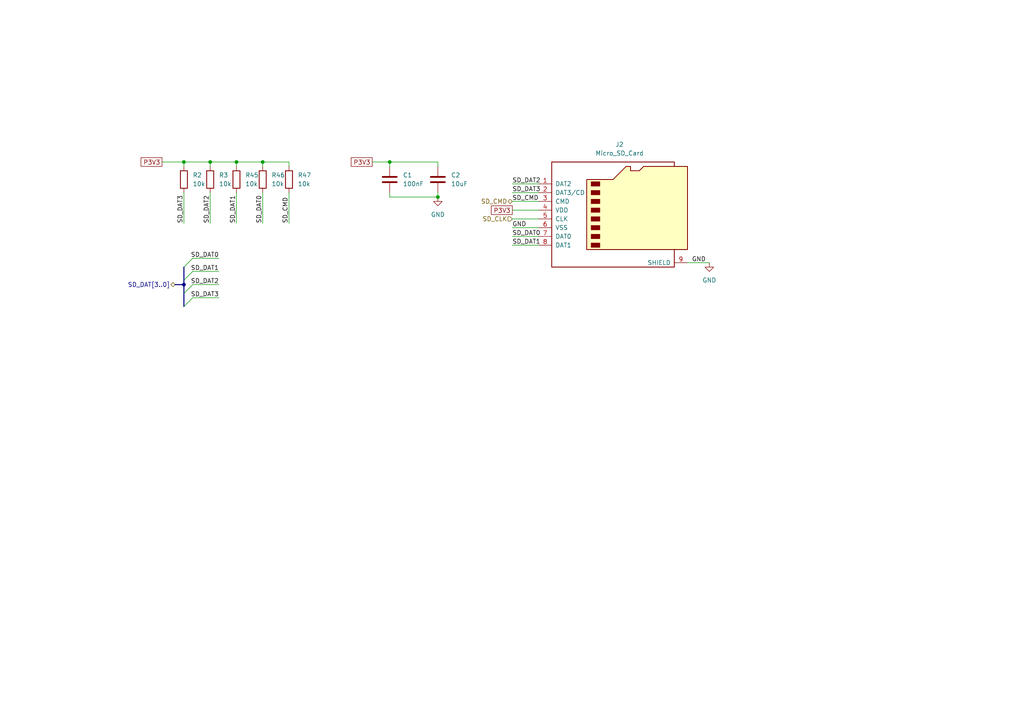
<source format=kicad_sch>
(kicad_sch
	(version 20250114)
	(generator "eeschema")
	(generator_version "9.0")
	(uuid "bd616922-7efe-4c10-a88b-b3f9411afd3a")
	(paper "A4")
	(title_block
		(title "SD Multimedia Interface")
		(date "2025-07-18")
		(rev "0.0.0")
		(comment 1 "Designed by Jaden Gani")
	)
	(lib_symbols
		(symbol "Connector:Micro_SD_Card"
			(pin_names
				(offset 1.016)
			)
			(exclude_from_sim no)
			(in_bom yes)
			(on_board yes)
			(property "Reference" "J"
				(at -16.51 15.24 0)
				(effects
					(font
						(size 1.27 1.27)
					)
				)
			)
			(property "Value" "Micro_SD_Card"
				(at 16.51 15.24 0)
				(effects
					(font
						(size 1.27 1.27)
					)
					(justify right)
				)
			)
			(property "Footprint" ""
				(at 29.21 7.62 0)
				(effects
					(font
						(size 1.27 1.27)
					)
					(hide yes)
				)
			)
			(property "Datasheet" "http://katalog.we-online.de/em/datasheet/693072010801.pdf"
				(at 0 0 0)
				(effects
					(font
						(size 1.27 1.27)
					)
					(hide yes)
				)
			)
			(property "Description" "Micro SD Card Socket"
				(at 0 0 0)
				(effects
					(font
						(size 1.27 1.27)
					)
					(hide yes)
				)
			)
			(property "ki_keywords" "connector SD microsd"
				(at 0 0 0)
				(effects
					(font
						(size 1.27 1.27)
					)
					(hide yes)
				)
			)
			(property "ki_fp_filters" "microSD*"
				(at 0 0 0)
				(effects
					(font
						(size 1.27 1.27)
					)
					(hide yes)
				)
			)
			(symbol "Micro_SD_Card_0_1"
				(polyline
					(pts
						(xy -8.89 -11.43) (xy -8.89 8.89) (xy -1.27 8.89) (xy 2.54 12.7) (xy 3.81 12.7) (xy 3.81 11.43)
						(xy 6.35 11.43) (xy 7.62 12.7) (xy 20.32 12.7) (xy 20.32 -11.43) (xy -8.89 -11.43)
					)
					(stroke
						(width 0.254)
						(type default)
					)
					(fill
						(type background)
					)
				)
				(rectangle
					(start -7.62 8.255)
					(end -5.08 6.985)
					(stroke
						(width 0)
						(type default)
					)
					(fill
						(type outline)
					)
				)
				(rectangle
					(start -7.62 5.715)
					(end -5.08 4.445)
					(stroke
						(width 0)
						(type default)
					)
					(fill
						(type outline)
					)
				)
				(rectangle
					(start -7.62 3.175)
					(end -5.08 1.905)
					(stroke
						(width 0)
						(type default)
					)
					(fill
						(type outline)
					)
				)
				(rectangle
					(start -7.62 0.635)
					(end -5.08 -0.635)
					(stroke
						(width 0)
						(type default)
					)
					(fill
						(type outline)
					)
				)
				(rectangle
					(start -7.62 -1.905)
					(end -5.08 -3.175)
					(stroke
						(width 0)
						(type default)
					)
					(fill
						(type outline)
					)
				)
				(rectangle
					(start -7.62 -4.445)
					(end -5.08 -5.715)
					(stroke
						(width 0)
						(type default)
					)
					(fill
						(type outline)
					)
				)
				(rectangle
					(start -7.62 -6.985)
					(end -5.08 -8.255)
					(stroke
						(width 0)
						(type default)
					)
					(fill
						(type outline)
					)
				)
				(rectangle
					(start -7.62 -9.525)
					(end -5.08 -10.795)
					(stroke
						(width 0)
						(type default)
					)
					(fill
						(type outline)
					)
				)
				(polyline
					(pts
						(xy 16.51 12.7) (xy 16.51 13.97) (xy -19.05 13.97) (xy -19.05 -16.51) (xy 16.51 -16.51) (xy 16.51 -11.43)
					)
					(stroke
						(width 0.254)
						(type default)
					)
					(fill
						(type none)
					)
				)
			)
			(symbol "Micro_SD_Card_1_1"
				(pin bidirectional line
					(at -22.86 7.62 0)
					(length 3.81)
					(name "DAT2"
						(effects
							(font
								(size 1.27 1.27)
							)
						)
					)
					(number "1"
						(effects
							(font
								(size 1.27 1.27)
							)
						)
					)
				)
				(pin bidirectional line
					(at -22.86 5.08 0)
					(length 3.81)
					(name "DAT3/CD"
						(effects
							(font
								(size 1.27 1.27)
							)
						)
					)
					(number "2"
						(effects
							(font
								(size 1.27 1.27)
							)
						)
					)
				)
				(pin input line
					(at -22.86 2.54 0)
					(length 3.81)
					(name "CMD"
						(effects
							(font
								(size 1.27 1.27)
							)
						)
					)
					(number "3"
						(effects
							(font
								(size 1.27 1.27)
							)
						)
					)
				)
				(pin power_in line
					(at -22.86 0 0)
					(length 3.81)
					(name "VDD"
						(effects
							(font
								(size 1.27 1.27)
							)
						)
					)
					(number "4"
						(effects
							(font
								(size 1.27 1.27)
							)
						)
					)
				)
				(pin input line
					(at -22.86 -2.54 0)
					(length 3.81)
					(name "CLK"
						(effects
							(font
								(size 1.27 1.27)
							)
						)
					)
					(number "5"
						(effects
							(font
								(size 1.27 1.27)
							)
						)
					)
				)
				(pin power_in line
					(at -22.86 -5.08 0)
					(length 3.81)
					(name "VSS"
						(effects
							(font
								(size 1.27 1.27)
							)
						)
					)
					(number "6"
						(effects
							(font
								(size 1.27 1.27)
							)
						)
					)
				)
				(pin bidirectional line
					(at -22.86 -7.62 0)
					(length 3.81)
					(name "DAT0"
						(effects
							(font
								(size 1.27 1.27)
							)
						)
					)
					(number "7"
						(effects
							(font
								(size 1.27 1.27)
							)
						)
					)
				)
				(pin bidirectional line
					(at -22.86 -10.16 0)
					(length 3.81)
					(name "DAT1"
						(effects
							(font
								(size 1.27 1.27)
							)
						)
					)
					(number "8"
						(effects
							(font
								(size 1.27 1.27)
							)
						)
					)
				)
				(pin passive line
					(at 20.32 -15.24 180)
					(length 3.81)
					(name "SHIELD"
						(effects
							(font
								(size 1.27 1.27)
							)
						)
					)
					(number "9"
						(effects
							(font
								(size 1.27 1.27)
							)
						)
					)
				)
			)
			(embedded_fonts no)
		)
		(symbol "Device:C"
			(pin_numbers
				(hide yes)
			)
			(pin_names
				(offset 0.254)
			)
			(exclude_from_sim no)
			(in_bom yes)
			(on_board yes)
			(property "Reference" "C"
				(at 0.635 2.54 0)
				(effects
					(font
						(size 1.27 1.27)
					)
					(justify left)
				)
			)
			(property "Value" "C"
				(at 0.635 -2.54 0)
				(effects
					(font
						(size 1.27 1.27)
					)
					(justify left)
				)
			)
			(property "Footprint" ""
				(at 0.9652 -3.81 0)
				(effects
					(font
						(size 1.27 1.27)
					)
					(hide yes)
				)
			)
			(property "Datasheet" "~"
				(at 0 0 0)
				(effects
					(font
						(size 1.27 1.27)
					)
					(hide yes)
				)
			)
			(property "Description" "Unpolarized capacitor"
				(at 0 0 0)
				(effects
					(font
						(size 1.27 1.27)
					)
					(hide yes)
				)
			)
			(property "ki_keywords" "cap capacitor"
				(at 0 0 0)
				(effects
					(font
						(size 1.27 1.27)
					)
					(hide yes)
				)
			)
			(property "ki_fp_filters" "C_*"
				(at 0 0 0)
				(effects
					(font
						(size 1.27 1.27)
					)
					(hide yes)
				)
			)
			(symbol "C_0_1"
				(polyline
					(pts
						(xy -2.032 0.762) (xy 2.032 0.762)
					)
					(stroke
						(width 0.508)
						(type default)
					)
					(fill
						(type none)
					)
				)
				(polyline
					(pts
						(xy -2.032 -0.762) (xy 2.032 -0.762)
					)
					(stroke
						(width 0.508)
						(type default)
					)
					(fill
						(type none)
					)
				)
			)
			(symbol "C_1_1"
				(pin passive line
					(at 0 3.81 270)
					(length 2.794)
					(name "~"
						(effects
							(font
								(size 1.27 1.27)
							)
						)
					)
					(number "1"
						(effects
							(font
								(size 1.27 1.27)
							)
						)
					)
				)
				(pin passive line
					(at 0 -3.81 90)
					(length 2.794)
					(name "~"
						(effects
							(font
								(size 1.27 1.27)
							)
						)
					)
					(number "2"
						(effects
							(font
								(size 1.27 1.27)
							)
						)
					)
				)
			)
			(embedded_fonts no)
		)
		(symbol "Device:R"
			(pin_numbers
				(hide yes)
			)
			(pin_names
				(offset 0)
			)
			(exclude_from_sim no)
			(in_bom yes)
			(on_board yes)
			(property "Reference" "R"
				(at 2.032 0 90)
				(effects
					(font
						(size 1.27 1.27)
					)
				)
			)
			(property "Value" "R"
				(at 0 0 90)
				(effects
					(font
						(size 1.27 1.27)
					)
				)
			)
			(property "Footprint" ""
				(at -1.778 0 90)
				(effects
					(font
						(size 1.27 1.27)
					)
					(hide yes)
				)
			)
			(property "Datasheet" "~"
				(at 0 0 0)
				(effects
					(font
						(size 1.27 1.27)
					)
					(hide yes)
				)
			)
			(property "Description" "Resistor"
				(at 0 0 0)
				(effects
					(font
						(size 1.27 1.27)
					)
					(hide yes)
				)
			)
			(property "ki_keywords" "R res resistor"
				(at 0 0 0)
				(effects
					(font
						(size 1.27 1.27)
					)
					(hide yes)
				)
			)
			(property "ki_fp_filters" "R_*"
				(at 0 0 0)
				(effects
					(font
						(size 1.27 1.27)
					)
					(hide yes)
				)
			)
			(symbol "R_0_1"
				(rectangle
					(start -1.016 -2.54)
					(end 1.016 2.54)
					(stroke
						(width 0.254)
						(type default)
					)
					(fill
						(type none)
					)
				)
			)
			(symbol "R_1_1"
				(pin passive line
					(at 0 3.81 270)
					(length 1.27)
					(name "~"
						(effects
							(font
								(size 1.27 1.27)
							)
						)
					)
					(number "1"
						(effects
							(font
								(size 1.27 1.27)
							)
						)
					)
				)
				(pin passive line
					(at 0 -3.81 90)
					(length 1.27)
					(name "~"
						(effects
							(font
								(size 1.27 1.27)
							)
						)
					)
					(number "2"
						(effects
							(font
								(size 1.27 1.27)
							)
						)
					)
				)
			)
			(embedded_fonts no)
		)
		(symbol "power:GND"
			(power)
			(pin_numbers
				(hide yes)
			)
			(pin_names
				(offset 0)
				(hide yes)
			)
			(exclude_from_sim no)
			(in_bom yes)
			(on_board yes)
			(property "Reference" "#PWR"
				(at 0 -6.35 0)
				(effects
					(font
						(size 1.27 1.27)
					)
					(hide yes)
				)
			)
			(property "Value" "GND"
				(at 0 -3.81 0)
				(effects
					(font
						(size 1.27 1.27)
					)
				)
			)
			(property "Footprint" ""
				(at 0 0 0)
				(effects
					(font
						(size 1.27 1.27)
					)
					(hide yes)
				)
			)
			(property "Datasheet" ""
				(at 0 0 0)
				(effects
					(font
						(size 1.27 1.27)
					)
					(hide yes)
				)
			)
			(property "Description" "Power symbol creates a global label with name \"GND\" , ground"
				(at 0 0 0)
				(effects
					(font
						(size 1.27 1.27)
					)
					(hide yes)
				)
			)
			(property "ki_keywords" "global power"
				(at 0 0 0)
				(effects
					(font
						(size 1.27 1.27)
					)
					(hide yes)
				)
			)
			(symbol "GND_0_1"
				(polyline
					(pts
						(xy 0 0) (xy 0 -1.27) (xy 1.27 -1.27) (xy 0 -2.54) (xy -1.27 -1.27) (xy 0 -1.27)
					)
					(stroke
						(width 0)
						(type default)
					)
					(fill
						(type none)
					)
				)
			)
			(symbol "GND_1_1"
				(pin power_in line
					(at 0 0 270)
					(length 0)
					(name "~"
						(effects
							(font
								(size 1.27 1.27)
							)
						)
					)
					(number "1"
						(effects
							(font
								(size 1.27 1.27)
							)
						)
					)
				)
			)
			(embedded_fonts no)
		)
	)
	(junction
		(at 53.34 82.55)
		(diameter 0)
		(color 0 0 0 0)
		(uuid "33b0cee9-a4f8-4294-a8bb-b3249e839977")
	)
	(junction
		(at 113.03 46.99)
		(diameter 0)
		(color 0 0 0 0)
		(uuid "4ce1bf0e-628d-46fd-9b86-7e86cd7fc814")
	)
	(junction
		(at 76.2 46.99)
		(diameter 0)
		(color 0 0 0 0)
		(uuid "4f0eda60-f19e-4e25-a5ce-77bd23170fb6")
	)
	(junction
		(at 127 57.15)
		(diameter 0)
		(color 0 0 0 0)
		(uuid "991561f3-3748-4c81-951c-ea6e24fe150f")
	)
	(junction
		(at 60.96 46.99)
		(diameter 0)
		(color 0 0 0 0)
		(uuid "d6a5aa3b-3690-4ed9-949f-2b8ff6bea836")
	)
	(junction
		(at 68.58 46.99)
		(diameter 0)
		(color 0 0 0 0)
		(uuid "f93d8f15-b15e-4c43-bf2f-e5d891b8ef43")
	)
	(junction
		(at 53.34 46.99)
		(diameter 0)
		(color 0 0 0 0)
		(uuid "fc853dc0-5cee-4b5f-92fb-6f5dac96b55e")
	)
	(bus_entry
		(at 53.34 85.09)
		(size 2.54 -2.54)
		(stroke
			(width 0)
			(type default)
		)
		(uuid "025e023d-5ac1-4c04-958f-ed9a11f14f11")
	)
	(bus_entry
		(at 53.34 77.47)
		(size 2.54 -2.54)
		(stroke
			(width 0)
			(type default)
		)
		(uuid "4078a645-91fb-438d-8906-583284d502ac")
	)
	(bus_entry
		(at 53.34 88.9)
		(size 2.54 -2.54)
		(stroke
			(width 0)
			(type default)
		)
		(uuid "964b1f1a-2448-492b-a187-6594c9a5676d")
	)
	(bus_entry
		(at 53.34 81.28)
		(size 2.54 -2.54)
		(stroke
			(width 0)
			(type default)
		)
		(uuid "ca712b59-765b-4162-aacc-eb6af99ef987")
	)
	(wire
		(pts
			(xy 113.03 57.15) (xy 113.03 55.88)
		)
		(stroke
			(width 0)
			(type default)
		)
		(uuid "0803bb24-0326-4db4-bcc1-dbebe000d878")
	)
	(wire
		(pts
			(xy 76.2 46.99) (xy 76.2 48.26)
		)
		(stroke
			(width 0)
			(type default)
		)
		(uuid "084963f5-8339-4117-87af-49754061f4ea")
	)
	(wire
		(pts
			(xy 55.88 86.36) (xy 63.5 86.36)
		)
		(stroke
			(width 0)
			(type default)
		)
		(uuid "1a83154a-c94d-4131-b7e9-9c0ab8b0e599")
	)
	(wire
		(pts
			(xy 53.34 55.88) (xy 53.34 64.77)
		)
		(stroke
			(width 0)
			(type default)
		)
		(uuid "1d277cc7-e31b-47d3-9101-693ca49d5a28")
	)
	(wire
		(pts
			(xy 113.03 48.26) (xy 113.03 46.99)
		)
		(stroke
			(width 0)
			(type default)
		)
		(uuid "309ea649-5041-4772-baf1-8b0421432998")
	)
	(wire
		(pts
			(xy 127 57.15) (xy 127 55.88)
		)
		(stroke
			(width 0)
			(type default)
		)
		(uuid "368afcd0-36b3-4e3b-8ff9-9df573a4222e")
	)
	(bus
		(pts
			(xy 53.34 88.9) (xy 53.34 85.09)
		)
		(stroke
			(width 0)
			(type default)
		)
		(uuid "37ba34ee-816c-4330-8a61-6cf5047c777c")
	)
	(wire
		(pts
			(xy 68.58 55.88) (xy 68.58 64.77)
		)
		(stroke
			(width 0)
			(type default)
		)
		(uuid "38f24bdb-9333-43ad-a369-f8eefbf3a516")
	)
	(wire
		(pts
			(xy 60.96 46.99) (xy 60.96 48.26)
		)
		(stroke
			(width 0)
			(type default)
		)
		(uuid "3d580d15-7cae-41ff-a521-befbbba89ee0")
	)
	(wire
		(pts
			(xy 148.59 63.5) (xy 156.21 63.5)
		)
		(stroke
			(width 0)
			(type default)
		)
		(uuid "47a81f54-e9cc-408a-8484-40f71218b055")
	)
	(wire
		(pts
			(xy 83.82 46.99) (xy 83.82 48.26)
		)
		(stroke
			(width 0)
			(type default)
		)
		(uuid "47ffec0f-f543-4518-beac-fe5cd87240c1")
	)
	(wire
		(pts
			(xy 60.96 55.88) (xy 60.96 64.77)
		)
		(stroke
			(width 0)
			(type default)
		)
		(uuid "525f1ce3-94dd-4100-b77b-c8c76d6bf647")
	)
	(wire
		(pts
			(xy 113.03 46.99) (xy 127 46.99)
		)
		(stroke
			(width 0)
			(type default)
		)
		(uuid "57c6c353-77aa-498a-a511-0345cc295762")
	)
	(wire
		(pts
			(xy 76.2 55.88) (xy 76.2 64.77)
		)
		(stroke
			(width 0)
			(type default)
		)
		(uuid "653ec84d-6d28-43b6-90d1-ef2e8fc8b4a5")
	)
	(wire
		(pts
			(xy 148.59 60.96) (xy 156.21 60.96)
		)
		(stroke
			(width 0)
			(type default)
		)
		(uuid "6adeb40e-93cc-4892-8f32-63ebc3599a94")
	)
	(wire
		(pts
			(xy 55.88 74.93) (xy 63.5 74.93)
		)
		(stroke
			(width 0)
			(type default)
		)
		(uuid "70a1799b-a90e-4653-b409-fd86354e94f7")
	)
	(wire
		(pts
			(xy 83.82 55.88) (xy 83.82 64.77)
		)
		(stroke
			(width 0)
			(type default)
		)
		(uuid "70b0b7c2-9f4a-4296-b2f3-720f6cb2735b")
	)
	(wire
		(pts
			(xy 60.96 46.99) (xy 68.58 46.99)
		)
		(stroke
			(width 0)
			(type default)
		)
		(uuid "76028e5d-5834-4c3e-a0b7-0d90777f4043")
	)
	(bus
		(pts
			(xy 50.8 82.55) (xy 53.34 82.55)
		)
		(stroke
			(width 0)
			(type default)
		)
		(uuid "8dd8342e-fc0b-48b5-9040-7e2abf124eb2")
	)
	(wire
		(pts
			(xy 53.34 46.99) (xy 60.96 46.99)
		)
		(stroke
			(width 0)
			(type default)
		)
		(uuid "95b39dc6-1f9b-45fe-bd39-ca3a555c0a72")
	)
	(wire
		(pts
			(xy 113.03 46.99) (xy 107.95 46.99)
		)
		(stroke
			(width 0)
			(type default)
		)
		(uuid "99487484-316e-4d87-ae8c-4ea764ba10f1")
	)
	(bus
		(pts
			(xy 53.34 81.28) (xy 53.34 77.47)
		)
		(stroke
			(width 0)
			(type default)
		)
		(uuid "9fd6b854-752a-411c-90c0-f2d11fd498b2")
	)
	(wire
		(pts
			(xy 148.59 68.58) (xy 156.21 68.58)
		)
		(stroke
			(width 0)
			(type default)
		)
		(uuid "b333d631-e1db-4f0d-97fe-07ae7cae5ad8")
	)
	(wire
		(pts
			(xy 148.59 58.42) (xy 156.21 58.42)
		)
		(stroke
			(width 0)
			(type default)
		)
		(uuid "b4b2d926-cb4a-47c4-9cd4-2bfb65810c84")
	)
	(wire
		(pts
			(xy 76.2 46.99) (xy 83.82 46.99)
		)
		(stroke
			(width 0)
			(type default)
		)
		(uuid "b96695a7-75cd-4c67-a46c-9f0db84f04ec")
	)
	(bus
		(pts
			(xy 53.34 85.09) (xy 53.34 82.55)
		)
		(stroke
			(width 0)
			(type default)
		)
		(uuid "cd8dd44d-b2a9-4723-96a3-b6063a449766")
	)
	(bus
		(pts
			(xy 53.34 82.55) (xy 53.34 81.28)
		)
		(stroke
			(width 0)
			(type default)
		)
		(uuid "d13d54e7-f638-4439-98dc-ca9aa040bab8")
	)
	(wire
		(pts
			(xy 113.03 57.15) (xy 127 57.15)
		)
		(stroke
			(width 0)
			(type default)
		)
		(uuid "dc128f05-92fa-4d1a-a355-40b5dd8f4c9c")
	)
	(wire
		(pts
			(xy 55.88 78.74) (xy 63.5 78.74)
		)
		(stroke
			(width 0)
			(type default)
		)
		(uuid "dcfbf3df-fca4-4a13-8164-a99065222577")
	)
	(wire
		(pts
			(xy 46.99 46.99) (xy 53.34 46.99)
		)
		(stroke
			(width 0)
			(type default)
		)
		(uuid "dddffaca-32f9-4aeb-af7b-a4f1f2250457")
	)
	(wire
		(pts
			(xy 127 48.26) (xy 127 46.99)
		)
		(stroke
			(width 0)
			(type default)
		)
		(uuid "df53a5ca-e5b1-4e3f-b936-81168952b977")
	)
	(wire
		(pts
			(xy 68.58 46.99) (xy 76.2 46.99)
		)
		(stroke
			(width 0)
			(type default)
		)
		(uuid "e5297b91-1ae8-41d7-a765-2af546f64efa")
	)
	(wire
		(pts
			(xy 68.58 46.99) (xy 68.58 48.26)
		)
		(stroke
			(width 0)
			(type default)
		)
		(uuid "ea790f26-00b7-4652-afef-b6d39de18733")
	)
	(wire
		(pts
			(xy 148.59 71.12) (xy 156.21 71.12)
		)
		(stroke
			(width 0)
			(type default)
		)
		(uuid "eb6802a1-8a42-48ed-91b1-7b8de8bd5a81")
	)
	(wire
		(pts
			(xy 55.88 82.55) (xy 63.5 82.55)
		)
		(stroke
			(width 0)
			(type default)
		)
		(uuid "ec9dbfc9-d790-4041-893a-9ef13ea1d6e9")
	)
	(wire
		(pts
			(xy 53.34 46.99) (xy 53.34 48.26)
		)
		(stroke
			(width 0)
			(type default)
		)
		(uuid "f0bf8145-896b-41cd-aecd-7a47fd96cdde")
	)
	(wire
		(pts
			(xy 148.59 55.88) (xy 156.21 55.88)
		)
		(stroke
			(width 0)
			(type default)
		)
		(uuid "f6ffd368-8a93-4af3-aae9-0b25f8328962")
	)
	(wire
		(pts
			(xy 148.59 53.34) (xy 156.21 53.34)
		)
		(stroke
			(width 0)
			(type default)
		)
		(uuid "fa158abb-aa8b-47c5-836e-907518d976f5")
	)
	(wire
		(pts
			(xy 148.59 66.04) (xy 156.21 66.04)
		)
		(stroke
			(width 0)
			(type default)
		)
		(uuid "fb93b3bd-dea7-4609-b56b-1ee8bb87be02")
	)
	(wire
		(pts
			(xy 199.39 76.2) (xy 205.74 76.2)
		)
		(stroke
			(width 0)
			(type default)
		)
		(uuid "fd80b06b-798d-4502-b975-8871edd61616")
	)
	(label "SD_DAT2"
		(at 63.5 82.55 180)
		(effects
			(font
				(size 1.27 1.27)
			)
			(justify right bottom)
		)
		(uuid "036004ae-8338-4af4-ad56-18117739128c")
	)
	(label "SD_DAT1"
		(at 148.59 71.12 0)
		(effects
			(font
				(size 1.27 1.27)
			)
			(justify left bottom)
		)
		(uuid "0b62fc2f-b2cb-42f2-a42f-290fd51d5f11")
	)
	(label "SD_DAT3"
		(at 148.59 55.88 0)
		(effects
			(font
				(size 1.27 1.27)
			)
			(justify left bottom)
		)
		(uuid "297327c6-55d1-43f9-92f4-5e71e0b74ec3")
	)
	(label "SD_DAT3"
		(at 53.34 64.77 90)
		(effects
			(font
				(size 1.27 1.27)
			)
			(justify left bottom)
		)
		(uuid "3519486c-0edf-487e-ae19-5b9ec1c006b9")
	)
	(label "SD_CMD"
		(at 83.82 64.77 90)
		(effects
			(font
				(size 1.27 1.27)
			)
			(justify left bottom)
		)
		(uuid "4fcdddeb-df88-4191-ae2e-5f940f25948d")
	)
	(label "GND"
		(at 200.66 76.2 0)
		(effects
			(font
				(size 1.27 1.27)
			)
			(justify left bottom)
		)
		(uuid "5f419c43-bb03-4a81-9272-b1818aaa51b1")
	)
	(label "SD_DAT3"
		(at 63.5 86.36 180)
		(effects
			(font
				(size 1.27 1.27)
			)
			(justify right bottom)
		)
		(uuid "74365c22-6240-4d59-a503-19eeccf1edd0")
	)
	(label "SD_CMD"
		(at 148.59 58.42 0)
		(effects
			(font
				(size 1.27 1.27)
			)
			(justify left bottom)
		)
		(uuid "7b3e3296-06fd-4d61-b70c-f8b5555947b4")
	)
	(label "SD_DAT1"
		(at 63.5 78.74 180)
		(effects
			(font
				(size 1.27 1.27)
			)
			(justify right bottom)
		)
		(uuid "98eb309b-0214-40eb-8159-76ba9568ddad")
	)
	(label "SD_DAT1"
		(at 68.58 64.77 90)
		(effects
			(font
				(size 1.27 1.27)
			)
			(justify left bottom)
		)
		(uuid "a6653ef6-d035-40e9-9451-bd69ae78f8ba")
	)
	(label "SD_DAT0"
		(at 148.59 68.58 0)
		(effects
			(font
				(size 1.27 1.27)
			)
			(justify left bottom)
		)
		(uuid "aa8c53b2-71e1-40f8-b794-138f4aa02a5c")
	)
	(label "GND"
		(at 148.59 66.04 0)
		(effects
			(font
				(size 1.27 1.27)
			)
			(justify left bottom)
		)
		(uuid "bbd9dae8-13ad-4535-b814-ffaeb4b97617")
	)
	(label "SD_DAT0"
		(at 63.5 74.93 180)
		(effects
			(font
				(size 1.27 1.27)
			)
			(justify right bottom)
		)
		(uuid "cc1ea351-d77f-4b4c-ae43-1370ca1cb669")
	)
	(label "SD_DAT2"
		(at 60.96 64.77 90)
		(effects
			(font
				(size 1.27 1.27)
			)
			(justify left bottom)
		)
		(uuid "cf3c6f66-153c-4b39-928b-c05ec530fd93")
	)
	(label "SD_DAT0"
		(at 76.2 64.77 90)
		(effects
			(font
				(size 1.27 1.27)
			)
			(justify left bottom)
		)
		(uuid "df115b3d-36d4-4fe9-888e-1f2d488adc2b")
	)
	(label "SD_DAT2"
		(at 148.59 53.34 0)
		(effects
			(font
				(size 1.27 1.27)
			)
			(justify left bottom)
		)
		(uuid "f2c5b276-46c6-4c1a-9c7d-b73bff440bac")
	)
	(global_label "P3V3"
		(shape passive)
		(at 107.95 46.99 180)
		(fields_autoplaced yes)
		(effects
			(font
				(size 1.27 1.27)
			)
			(justify right)
		)
		(uuid "04102275-0d14-4162-87ab-2b3e9ce7db48")
		(property "Intersheetrefs" "${INTERSHEET_REFS}"
			(at 101.2985 46.99 0)
			(effects
				(font
					(size 1.27 1.27)
				)
				(justify right)
				(hide yes)
			)
		)
	)
	(global_label "P3V3"
		(shape passive)
		(at 148.59 60.96 180)
		(fields_autoplaced yes)
		(effects
			(font
				(size 1.27 1.27)
			)
			(justify right)
		)
		(uuid "1d80dc61-65b7-4e5b-ab66-5ccf8e453356")
		(property "Intersheetrefs" "${INTERSHEET_REFS}"
			(at 141.9385 60.96 0)
			(effects
				(font
					(size 1.27 1.27)
				)
				(justify right)
				(hide yes)
			)
		)
	)
	(global_label "P3V3"
		(shape passive)
		(at 46.99 46.99 180)
		(fields_autoplaced yes)
		(effects
			(font
				(size 1.27 1.27)
			)
			(justify right)
		)
		(uuid "3780f4bc-6f2d-4686-89e0-f2e6513c426a")
		(property "Intersheetrefs" "${INTERSHEET_REFS}"
			(at 40.3385 46.99 0)
			(effects
				(font
					(size 1.27 1.27)
				)
				(justify right)
				(hide yes)
			)
		)
	)
	(hierarchical_label "SD_CLK"
		(shape input)
		(at 148.59 63.5 180)
		(effects
			(font
				(size 1.27 1.27)
			)
			(justify right)
		)
		(uuid "0f88414b-c0f5-4fb7-bd4d-9e77ae5a269d")
	)
	(hierarchical_label "SD_CMD"
		(shape bidirectional)
		(at 148.59 58.42 180)
		(effects
			(font
				(size 1.27 1.27)
			)
			(justify right)
		)
		(uuid "8328be3a-f1dc-4385-bc05-083aacb854ce")
	)
	(hierarchical_label "SD_DAT[3..0]"
		(shape bidirectional)
		(at 50.8 82.55 180)
		(effects
			(font
				(size 1.27 1.27)
			)
			(justify right)
		)
		(uuid "dbaba14e-1835-4e2e-ac37-e2415a46e162")
	)
	(symbol
		(lib_id "Device:R")
		(at 60.96 52.07 0)
		(unit 1)
		(exclude_from_sim no)
		(in_bom yes)
		(on_board yes)
		(dnp no)
		(fields_autoplaced yes)
		(uuid "2a772124-7dab-4340-ad05-3c54331ddfbe")
		(property "Reference" "R3"
			(at 63.5 50.7999 0)
			(effects
				(font
					(size 1.27 1.27)
				)
				(justify left)
			)
		)
		(property "Value" "10k"
			(at 63.5 53.3399 0)
			(effects
				(font
					(size 1.27 1.27)
				)
				(justify left)
			)
		)
		(property "Footprint" "Resistor_SMD:R_0603_1608Metric"
			(at 59.182 52.07 90)
			(effects
				(font
					(size 1.27 1.27)
				)
				(hide yes)
			)
		)
		(property "Datasheet" "~"
			(at 60.96 52.07 0)
			(effects
				(font
					(size 1.27 1.27)
				)
				(hide yes)
			)
		)
		(property "Description" "Resistor"
			(at 60.96 52.07 0)
			(effects
				(font
					(size 1.27 1.27)
				)
				(hide yes)
			)
		)
		(pin "1"
			(uuid "b9e5d5c1-ab9c-4c74-a9b2-4d7a66217cf7")
		)
		(pin "2"
			(uuid "9d7c08dd-f85b-4e76-89e1-b093de1ec7eb")
		)
		(instances
			(project "sbc"
				(path "/9328a39f-e46f-4e23-a67b-f837d10a1254/c62b2561-e816-4d42-bcad-0eb294abcbae"
					(reference "R3")
					(unit 1)
				)
			)
		)
	)
	(symbol
		(lib_id "Device:R")
		(at 68.58 52.07 0)
		(unit 1)
		(exclude_from_sim no)
		(in_bom yes)
		(on_board yes)
		(dnp no)
		(fields_autoplaced yes)
		(uuid "42ac285a-e278-4d2a-b172-6efec3adf61d")
		(property "Reference" "R45"
			(at 71.12 50.7999 0)
			(effects
				(font
					(size 1.27 1.27)
				)
				(justify left)
			)
		)
		(property "Value" "10k"
			(at 71.12 53.3399 0)
			(effects
				(font
					(size 1.27 1.27)
				)
				(justify left)
			)
		)
		(property "Footprint" "Resistor_SMD:R_0603_1608Metric"
			(at 66.802 52.07 90)
			(effects
				(font
					(size 1.27 1.27)
				)
				(hide yes)
			)
		)
		(property "Datasheet" "~"
			(at 68.58 52.07 0)
			(effects
				(font
					(size 1.27 1.27)
				)
				(hide yes)
			)
		)
		(property "Description" "Resistor"
			(at 68.58 52.07 0)
			(effects
				(font
					(size 1.27 1.27)
				)
				(hide yes)
			)
		)
		(pin "1"
			(uuid "1d177407-33b9-419f-90b3-c13fa4b32427")
		)
		(pin "2"
			(uuid "69e12ef9-0e59-4478-a825-61b13be4434f")
		)
		(instances
			(project "sbc"
				(path "/9328a39f-e46f-4e23-a67b-f837d10a1254/c62b2561-e816-4d42-bcad-0eb294abcbae"
					(reference "R45")
					(unit 1)
				)
			)
		)
	)
	(symbol
		(lib_id "Device:C")
		(at 113.03 52.07 0)
		(unit 1)
		(exclude_from_sim no)
		(in_bom yes)
		(on_board yes)
		(dnp no)
		(fields_autoplaced yes)
		(uuid "8117670a-f098-4a8a-b0f1-f438299bc869")
		(property "Reference" "C1"
			(at 116.84 50.7999 0)
			(effects
				(font
					(size 1.27 1.27)
				)
				(justify left)
			)
		)
		(property "Value" "100nF"
			(at 116.84 53.3399 0)
			(effects
				(font
					(size 1.27 1.27)
				)
				(justify left)
			)
		)
		(property "Footprint" "Capacitor_SMD:C_0603_1608Metric"
			(at 113.9952 55.88 0)
			(effects
				(font
					(size 1.27 1.27)
				)
				(hide yes)
			)
		)
		(property "Datasheet" "~"
			(at 113.03 52.07 0)
			(effects
				(font
					(size 1.27 1.27)
				)
				(hide yes)
			)
		)
		(property "Description" "Unpolarized capacitor"
			(at 113.03 52.07 0)
			(effects
				(font
					(size 1.27 1.27)
				)
				(hide yes)
			)
		)
		(pin "2"
			(uuid "cd034cee-3413-40d3-a671-7ae6d5c3529e")
		)
		(pin "1"
			(uuid "cc6c3746-7aa5-4ec0-98c2-34cacdb06f97")
		)
		(instances
			(project ""
				(path "/9328a39f-e46f-4e23-a67b-f837d10a1254/c62b2561-e816-4d42-bcad-0eb294abcbae"
					(reference "C1")
					(unit 1)
				)
			)
		)
	)
	(symbol
		(lib_id "power:GND")
		(at 205.74 76.2 0)
		(unit 1)
		(exclude_from_sim no)
		(in_bom yes)
		(on_board yes)
		(dnp no)
		(fields_autoplaced yes)
		(uuid "9407a94e-c0df-418d-90c0-78c970776b44")
		(property "Reference" "#PWR01"
			(at 205.74 82.55 0)
			(effects
				(font
					(size 1.27 1.27)
				)
				(hide yes)
			)
		)
		(property "Value" "GND"
			(at 205.74 81.28 0)
			(effects
				(font
					(size 1.27 1.27)
				)
			)
		)
		(property "Footprint" ""
			(at 205.74 76.2 0)
			(effects
				(font
					(size 1.27 1.27)
				)
				(hide yes)
			)
		)
		(property "Datasheet" ""
			(at 205.74 76.2 0)
			(effects
				(font
					(size 1.27 1.27)
				)
				(hide yes)
			)
		)
		(property "Description" "Power symbol creates a global label with name \"GND\" , ground"
			(at 205.74 76.2 0)
			(effects
				(font
					(size 1.27 1.27)
				)
				(hide yes)
			)
		)
		(pin "1"
			(uuid "98a1c875-79e6-4969-8173-0a62a55041ef")
		)
		(instances
			(project ""
				(path "/9328a39f-e46f-4e23-a67b-f837d10a1254/c62b2561-e816-4d42-bcad-0eb294abcbae"
					(reference "#PWR01")
					(unit 1)
				)
			)
		)
	)
	(symbol
		(lib_id "Device:R")
		(at 83.82 52.07 0)
		(unit 1)
		(exclude_from_sim no)
		(in_bom yes)
		(on_board yes)
		(dnp no)
		(fields_autoplaced yes)
		(uuid "a369db58-793c-4ee1-a500-be3d04cae2e6")
		(property "Reference" "R47"
			(at 86.36 50.7999 0)
			(effects
				(font
					(size 1.27 1.27)
				)
				(justify left)
			)
		)
		(property "Value" "10k"
			(at 86.36 53.3399 0)
			(effects
				(font
					(size 1.27 1.27)
				)
				(justify left)
			)
		)
		(property "Footprint" "Resistor_SMD:R_0603_1608Metric"
			(at 82.042 52.07 90)
			(effects
				(font
					(size 1.27 1.27)
				)
				(hide yes)
			)
		)
		(property "Datasheet" "~"
			(at 83.82 52.07 0)
			(effects
				(font
					(size 1.27 1.27)
				)
				(hide yes)
			)
		)
		(property "Description" "Resistor"
			(at 83.82 52.07 0)
			(effects
				(font
					(size 1.27 1.27)
				)
				(hide yes)
			)
		)
		(pin "1"
			(uuid "2b5c9f53-fe38-406c-aeee-53db8bc10646")
		)
		(pin "2"
			(uuid "9be9686f-53c4-45b9-a9f6-00a58682ff82")
		)
		(instances
			(project "sbc"
				(path "/9328a39f-e46f-4e23-a67b-f837d10a1254/c62b2561-e816-4d42-bcad-0eb294abcbae"
					(reference "R47")
					(unit 1)
				)
			)
		)
	)
	(symbol
		(lib_id "Connector:Micro_SD_Card")
		(at 179.07 60.96 0)
		(unit 1)
		(exclude_from_sim no)
		(in_bom yes)
		(on_board yes)
		(dnp no)
		(fields_autoplaced yes)
		(uuid "b3e8a953-2c0f-4abf-ac1b-5de33b346774")
		(property "Reference" "J2"
			(at 179.705 41.91 0)
			(effects
				(font
					(size 1.27 1.27)
				)
			)
		)
		(property "Value" "Micro_SD_Card"
			(at 179.705 44.45 0)
			(effects
				(font
					(size 1.27 1.27)
				)
			)
		)
		(property "Footprint" "Connector_Card:microSD_HC_Hirose_DM3BT-DSF-PEJS"
			(at 208.28 53.34 0)
			(effects
				(font
					(size 1.27 1.27)
				)
				(hide yes)
			)
		)
		(property "Datasheet" "http://katalog.we-online.de/em/datasheet/693072010801.pdf"
			(at 179.07 60.96 0)
			(effects
				(font
					(size 1.27 1.27)
				)
				(hide yes)
			)
		)
		(property "Description" "Micro SD Card Socket"
			(at 179.07 60.96 0)
			(effects
				(font
					(size 1.27 1.27)
				)
				(hide yes)
			)
		)
		(pin "1"
			(uuid "aeb859c2-bd67-49e0-ac10-d2b03d2d6d69")
		)
		(pin "4"
			(uuid "f321908c-2594-4793-b783-bee6bfed1b55")
		)
		(pin "7"
			(uuid "65b179c3-4874-4c49-bac0-0438df445251")
		)
		(pin "3"
			(uuid "ba58f998-6988-492d-adf1-eee9c70eb919")
		)
		(pin "5"
			(uuid "2213d7ed-8177-4362-a993-28d74f1885e1")
		)
		(pin "2"
			(uuid "97a42c29-0aac-4858-aa0a-3d1374605cc5")
		)
		(pin "6"
			(uuid "61de9509-637d-434b-8b24-a04cfd76f02f")
		)
		(pin "8"
			(uuid "1e55412e-db69-4087-9ff5-7abba38657e2")
		)
		(pin "9"
			(uuid "daa2fdc7-bcf1-48f3-bdb6-66bd1c59c643")
		)
		(instances
			(project "sbc"
				(path "/9328a39f-e46f-4e23-a67b-f837d10a1254/c62b2561-e816-4d42-bcad-0eb294abcbae"
					(reference "J2")
					(unit 1)
				)
			)
		)
	)
	(symbol
		(lib_id "Device:C")
		(at 127 52.07 0)
		(unit 1)
		(exclude_from_sim no)
		(in_bom yes)
		(on_board yes)
		(dnp no)
		(fields_autoplaced yes)
		(uuid "d3b7995c-31f2-405b-953f-6d08b4fc28b7")
		(property "Reference" "C2"
			(at 130.81 50.7999 0)
			(effects
				(font
					(size 1.27 1.27)
				)
				(justify left)
			)
		)
		(property "Value" "10uF"
			(at 130.81 53.3399 0)
			(effects
				(font
					(size 1.27 1.27)
				)
				(justify left)
			)
		)
		(property "Footprint" "Capacitor_SMD:C_0603_1608Metric"
			(at 127.9652 55.88 0)
			(effects
				(font
					(size 1.27 1.27)
				)
				(hide yes)
			)
		)
		(property "Datasheet" "~"
			(at 127 52.07 0)
			(effects
				(font
					(size 1.27 1.27)
				)
				(hide yes)
			)
		)
		(property "Description" "Unpolarized capacitor"
			(at 127 52.07 0)
			(effects
				(font
					(size 1.27 1.27)
				)
				(hide yes)
			)
		)
		(pin "2"
			(uuid "8ccc0c7b-0e8f-4c2b-854a-04e90ab07270")
		)
		(pin "1"
			(uuid "5360370d-c890-4e96-90a3-3aa78cd020ab")
		)
		(instances
			(project "sbc"
				(path "/9328a39f-e46f-4e23-a67b-f837d10a1254/c62b2561-e816-4d42-bcad-0eb294abcbae"
					(reference "C2")
					(unit 1)
				)
			)
		)
	)
	(symbol
		(lib_id "Device:R")
		(at 76.2 52.07 0)
		(unit 1)
		(exclude_from_sim no)
		(in_bom yes)
		(on_board yes)
		(dnp no)
		(fields_autoplaced yes)
		(uuid "d8b07cf4-90b7-459e-9698-fe407a432ab3")
		(property "Reference" "R46"
			(at 78.74 50.7999 0)
			(effects
				(font
					(size 1.27 1.27)
				)
				(justify left)
			)
		)
		(property "Value" "10k"
			(at 78.74 53.3399 0)
			(effects
				(font
					(size 1.27 1.27)
				)
				(justify left)
			)
		)
		(property "Footprint" "Resistor_SMD:R_0603_1608Metric"
			(at 74.422 52.07 90)
			(effects
				(font
					(size 1.27 1.27)
				)
				(hide yes)
			)
		)
		(property "Datasheet" "~"
			(at 76.2 52.07 0)
			(effects
				(font
					(size 1.27 1.27)
				)
				(hide yes)
			)
		)
		(property "Description" "Resistor"
			(at 76.2 52.07 0)
			(effects
				(font
					(size 1.27 1.27)
				)
				(hide yes)
			)
		)
		(pin "1"
			(uuid "4c8e98c5-0f04-44fb-98fb-5cca985c8851")
		)
		(pin "2"
			(uuid "cf9bc695-2e5d-4406-875f-7a8ad8b6697a")
		)
		(instances
			(project "sbc"
				(path "/9328a39f-e46f-4e23-a67b-f837d10a1254/c62b2561-e816-4d42-bcad-0eb294abcbae"
					(reference "R46")
					(unit 1)
				)
			)
		)
	)
	(symbol
		(lib_id "Device:R")
		(at 53.34 52.07 0)
		(unit 1)
		(exclude_from_sim no)
		(in_bom yes)
		(on_board yes)
		(dnp no)
		(fields_autoplaced yes)
		(uuid "ea8139f0-36b6-469a-aa9b-5fc4c608f99b")
		(property "Reference" "R2"
			(at 55.88 50.7999 0)
			(effects
				(font
					(size 1.27 1.27)
				)
				(justify left)
			)
		)
		(property "Value" "10k"
			(at 55.88 53.3399 0)
			(effects
				(font
					(size 1.27 1.27)
				)
				(justify left)
			)
		)
		(property "Footprint" "Resistor_SMD:R_0603_1608Metric"
			(at 51.562 52.07 90)
			(effects
				(font
					(size 1.27 1.27)
				)
				(hide yes)
			)
		)
		(property "Datasheet" "~"
			(at 53.34 52.07 0)
			(effects
				(font
					(size 1.27 1.27)
				)
				(hide yes)
			)
		)
		(property "Description" "Resistor"
			(at 53.34 52.07 0)
			(effects
				(font
					(size 1.27 1.27)
				)
				(hide yes)
			)
		)
		(pin "1"
			(uuid "84ea4389-9243-4296-bfc1-ebc2ece0bbc5")
		)
		(pin "2"
			(uuid "899d8e64-27bc-4c35-9cd7-e2c2c109a0bb")
		)
		(instances
			(project "sbc"
				(path "/9328a39f-e46f-4e23-a67b-f837d10a1254/c62b2561-e816-4d42-bcad-0eb294abcbae"
					(reference "R2")
					(unit 1)
				)
			)
		)
	)
	(symbol
		(lib_id "power:GND")
		(at 127 57.15 0)
		(unit 1)
		(exclude_from_sim no)
		(in_bom yes)
		(on_board yes)
		(dnp no)
		(fields_autoplaced yes)
		(uuid "fc402268-029a-46da-868c-86f0c2c078b0")
		(property "Reference" "#PWR02"
			(at 127 63.5 0)
			(effects
				(font
					(size 1.27 1.27)
				)
				(hide yes)
			)
		)
		(property "Value" "GND"
			(at 127 62.23 0)
			(effects
				(font
					(size 1.27 1.27)
				)
			)
		)
		(property "Footprint" ""
			(at 127 57.15 0)
			(effects
				(font
					(size 1.27 1.27)
				)
				(hide yes)
			)
		)
		(property "Datasheet" ""
			(at 127 57.15 0)
			(effects
				(font
					(size 1.27 1.27)
				)
				(hide yes)
			)
		)
		(property "Description" "Power symbol creates a global label with name \"GND\" , ground"
			(at 127 57.15 0)
			(effects
				(font
					(size 1.27 1.27)
				)
				(hide yes)
			)
		)
		(pin "1"
			(uuid "12fe0676-36da-4673-a8c9-e99d9fe71a11")
		)
		(instances
			(project "sbc"
				(path "/9328a39f-e46f-4e23-a67b-f837d10a1254/c62b2561-e816-4d42-bcad-0eb294abcbae"
					(reference "#PWR02")
					(unit 1)
				)
			)
		)
	)
)

</source>
